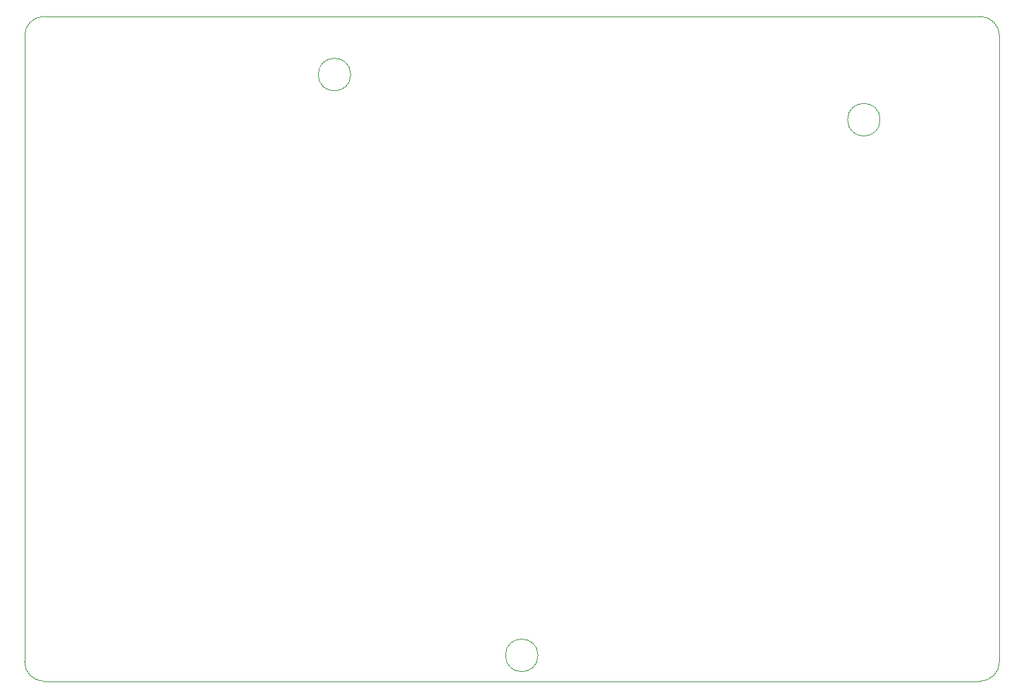
<source format=gbr>
G04 #@! TF.GenerationSoftware,KiCad,Pcbnew,(5.1.4)-1*
G04 #@! TF.CreationDate,2024-05-04T17:29:15-04:00*
G04 #@! TF.ProjectId,micarrizo-pad,6d696361-7272-4697-9a6f-2d7061642e6b,rev?*
G04 #@! TF.SameCoordinates,Original*
G04 #@! TF.FileFunction,Profile,NP*
%FSLAX46Y46*%
G04 Gerber Fmt 4.6, Leading zero omitted, Abs format (unit mm)*
G04 Created by KiCad (PCBNEW (5.1.4)-1) date 2024-05-04 17:29:15*
%MOMM*%
%LPD*%
G04 APERTURE LIST*
%ADD10C,0.050000*%
G04 APERTURE END LIST*
D10*
X135350000Y-44450000D02*
G75*
G03X135350000Y-44450000I-2000000J0D01*
G01*
X70262500Y-38893750D02*
G75*
G03X70262500Y-38893750I-2000000J0D01*
G01*
X93281250Y-110331250D02*
G75*
G03X93281250Y-110331250I-2000000J0D01*
G01*
X150018750Y-111125000D02*
G75*
G02X147637500Y-113506250I-2381250J0D01*
G01*
X32543750Y-113506250D02*
G75*
G02X30162500Y-111125000I0J2381250D01*
G01*
X30162500Y-34131250D02*
G75*
G02X32543750Y-31750000I2381250J0D01*
G01*
X147637500Y-31750000D02*
G75*
G02X150018750Y-34131250I0J-2381250D01*
G01*
X32543750Y-113506250D02*
X147637500Y-113506250D01*
X30162500Y-34131250D02*
X30162500Y-111125000D01*
X147637500Y-31750000D02*
X32543750Y-31750000D01*
X150018750Y-111125000D02*
X150018750Y-34131250D01*
M02*

</source>
